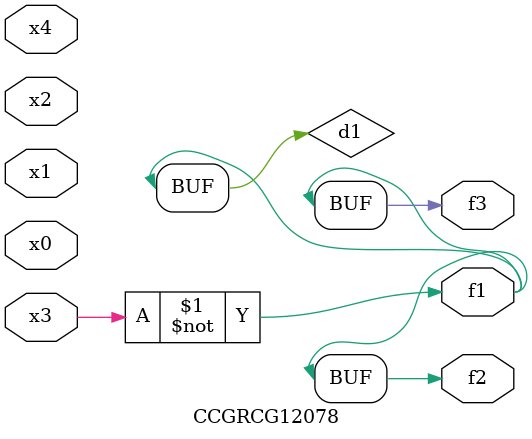
<source format=v>
module CCGRCG12078(
	input x0, x1, x2, x3, x4,
	output f1, f2, f3
);

	wire d1, d2;

	xnor (d1, x3);
	not (d2, x1);
	assign f1 = d1;
	assign f2 = d1;
	assign f3 = d1;
endmodule

</source>
